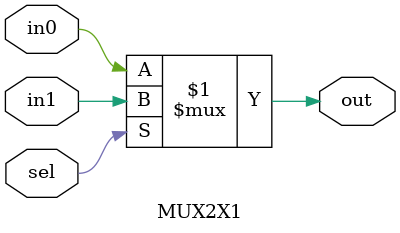
<source format=v>
module MUX2X1(in0,in1,sel,out);
input in0,in1;
input sel;
output out;
assign out=(sel)?in1:in0;
endmodule
</source>
